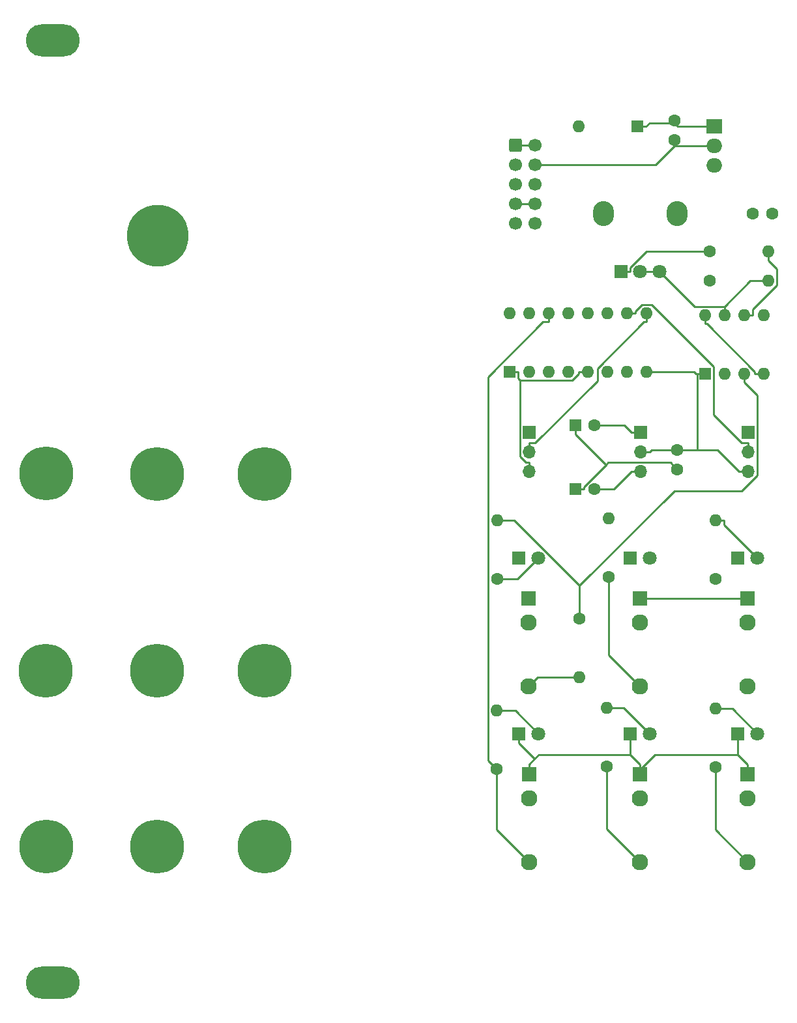
<source format=gbr>
%TF.GenerationSoftware,KiCad,Pcbnew,(6.0.0)*%
%TF.CreationDate,2022-10-15T21:00:10-04:00*%
%TF.ProjectId,bindec,62696e64-6563-42e6-9b69-6361645f7063,rev?*%
%TF.SameCoordinates,Original*%
%TF.FileFunction,Copper,L2,Bot*%
%TF.FilePolarity,Positive*%
%FSLAX46Y46*%
G04 Gerber Fmt 4.6, Leading zero omitted, Abs format (unit mm)*
G04 Created by KiCad (PCBNEW (6.0.0)) date 2022-10-15 21:00:10*
%MOMM*%
%LPD*%
G01*
G04 APERTURE LIST*
G04 Aperture macros list*
%AMRoundRect*
0 Rectangle with rounded corners*
0 $1 Rounding radius*
0 $2 $3 $4 $5 $6 $7 $8 $9 X,Y pos of 4 corners*
0 Add a 4 corners polygon primitive as box body*
4,1,4,$2,$3,$4,$5,$6,$7,$8,$9,$2,$3,0*
0 Add four circle primitives for the rounded corners*
1,1,$1+$1,$2,$3*
1,1,$1+$1,$4,$5*
1,1,$1+$1,$6,$7*
1,1,$1+$1,$8,$9*
0 Add four rect primitives between the rounded corners*
20,1,$1+$1,$2,$3,$4,$5,0*
20,1,$1+$1,$4,$5,$6,$7,0*
20,1,$1+$1,$6,$7,$8,$9,0*
20,1,$1+$1,$8,$9,$2,$3,0*%
G04 Aperture macros list end*
%TA.AperFunction,ComponentPad*%
%ADD10C,7.000000*%
%TD*%
%TA.AperFunction,ComponentPad*%
%ADD11C,1.600000*%
%TD*%
%TA.AperFunction,ComponentPad*%
%ADD12O,1.600000X1.600000*%
%TD*%
%TA.AperFunction,ComponentPad*%
%ADD13R,1.700000X1.700000*%
%TD*%
%TA.AperFunction,ComponentPad*%
%ADD14O,1.700000X1.700000*%
%TD*%
%TA.AperFunction,ComponentPad*%
%ADD15C,8.000000*%
%TD*%
%TA.AperFunction,ComponentPad*%
%ADD16R,1.800000X1.800000*%
%TD*%
%TA.AperFunction,ComponentPad*%
%ADD17C,1.800000*%
%TD*%
%TA.AperFunction,ComponentPad*%
%ADD18R,1.930000X1.830000*%
%TD*%
%TA.AperFunction,ComponentPad*%
%ADD19C,2.130000*%
%TD*%
%TA.AperFunction,ComponentPad*%
%ADD20O,2.720000X3.240000*%
%TD*%
%TA.AperFunction,ComponentPad*%
%ADD21R,1.600000X1.600000*%
%TD*%
%TA.AperFunction,ComponentPad*%
%ADD22R,2.000000X1.905000*%
%TD*%
%TA.AperFunction,ComponentPad*%
%ADD23O,2.000000X1.905000*%
%TD*%
%TA.AperFunction,ComponentPad*%
%ADD24O,7.000000X4.200000*%
%TD*%
%TA.AperFunction,ComponentPad*%
%ADD25RoundRect,0.250000X-0.600000X-0.600000X0.600000X-0.600000X0.600000X0.600000X-0.600000X0.600000X0*%
%TD*%
%TA.AperFunction,ComponentPad*%
%ADD26C,1.700000*%
%TD*%
%TA.AperFunction,Conductor*%
%ADD27C,0.250000*%
%TD*%
G04 APERTURE END LIST*
D10*
%TO.P,REF\u002A\u002A,*%
%TO.N,*%
X89769000Y-77470000D03*
%TD*%
D11*
%TO.P,R2,1*%
%TO.N,Q2*%
X162286000Y-91059000D03*
D12*
%TO.P,R2,2*%
%TO.N,Net-(D3-Pad2)*%
X162286000Y-83439000D03*
%TD*%
D13*
%TO.P,SW3,1,A*%
%TO.N,Net-(C3-Pad2)*%
X152532000Y-72024000D03*
D14*
%TO.P,SW3,2,B*%
%TO.N,GND*%
X152532000Y-74564000D03*
%TO.P,SW3,3,C*%
%TO.N,Net-(C4-Pad2)*%
X152532000Y-77104000D03*
%TD*%
D15*
%TO.P,REF\u002A\u002A,*%
%TO.N,*%
X89789000Y-46482000D03*
%TD*%
D16*
%TO.P,D5,1,K*%
%TO.N,GND*%
X136759000Y-111205000D03*
D17*
%TO.P,D5,2,A*%
%TO.N,Net-(D5-Pad2)*%
X139299000Y-111205000D03*
%TD*%
D11*
%TO.P,C2,1*%
%TO.N,Net-(C2-Pad1)*%
X157333000Y-76815000D03*
%TO.P,C2,2*%
%TO.N,GND*%
X157333000Y-74315000D03*
%TD*%
D16*
%TO.P,D3,1,K*%
%TO.N,GND*%
X165202000Y-88345000D03*
D17*
%TO.P,D3,2,A*%
%TO.N,Net-(D3-Pad2)*%
X167742000Y-88345000D03*
%TD*%
D10*
%TO.P,REF\u002A\u002A,*%
%TO.N,*%
X75291000Y-103020000D03*
%TD*%
D11*
%TO.P,R9,1*%
%TO.N,CARRY*%
X162286000Y-115570000D03*
D12*
%TO.P,R9,2*%
%TO.N,Net-(D7-Pad2)*%
X162286000Y-107950000D03*
%TD*%
D11*
%TO.P,C1,1*%
%TO.N,Net-(C1-Pad1)*%
X156952000Y-31496000D03*
%TO.P,C1,2*%
%TO.N,GND*%
X156952000Y-33996000D03*
%TD*%
D18*
%TO.P,J3,S*%
%TO.N,GND*%
X166477000Y-93599000D03*
D19*
%TO.P,J3,T*%
%TO.N,Q2*%
X166477000Y-104999000D03*
%TO.P,J3,TN*%
%TO.N,N/C*%
X166477000Y-96699000D03*
%TD*%
D13*
%TO.P,SW2,1,A*%
%TO.N,+5V*%
X138054000Y-72024000D03*
D14*
%TO.P,SW2,2,B*%
%TO.N,Net-(SW2-Pad2)*%
X138054000Y-74564000D03*
%TO.P,SW2,3,C*%
%TO.N,GND*%
X138054000Y-77104000D03*
%TD*%
D20*
%TO.P,RV1,*%
%TO.N,*%
X157307000Y-43564000D03*
X147707000Y-43564000D03*
D16*
%TO.P,RV1,1,1*%
%TO.N,Net-(R7-Pad1)*%
X150007000Y-51064000D03*
D17*
%TO.P,RV1,2,2*%
%TO.N,Net-(R6-Pad2)*%
X152507000Y-51064000D03*
%TO.P,RV1,3,3*%
X155007000Y-51064000D03*
%TD*%
D11*
%TO.P,R7,1*%
%TO.N,Net-(R7-Pad1)*%
X161524000Y-48514000D03*
D12*
%TO.P,R7,2*%
%TO.N,Net-(C2-Pad1)*%
X169144000Y-48514000D03*
%TD*%
D11*
%TO.P,R5,1*%
%TO.N,Q3*%
X133838000Y-115824000D03*
D12*
%TO.P,R5,2*%
%TO.N,Net-(D5-Pad2)*%
X133838000Y-108204000D03*
%TD*%
D11*
%TO.P,R6,1*%
%TO.N,+5V*%
X161524000Y-52324000D03*
D12*
%TO.P,R6,2*%
%TO.N,Net-(R6-Pad2)*%
X169144000Y-52324000D03*
%TD*%
D16*
%TO.P,D2,1,K*%
%TO.N,GND*%
X151232000Y-88345000D03*
D17*
%TO.P,D2,2,A*%
%TO.N,Net-(D2-Pad2)*%
X153772000Y-88345000D03*
%TD*%
D18*
%TO.P,J4,S*%
%TO.N,GND*%
X138029000Y-93599000D03*
D19*
%TO.P,J4,T*%
%TO.N,CLOCK_OUT*%
X138029000Y-104999000D03*
%TO.P,J4,TN*%
%TO.N,N/C*%
X138029000Y-96699000D03*
%TD*%
D18*
%TO.P,J7,S*%
%TO.N,GND*%
X166477000Y-116459000D03*
D19*
%TO.P,J7,T*%
%TO.N,CARRY*%
X166477000Y-127859000D03*
%TO.P,J7,TN*%
%TO.N,N/C*%
X166477000Y-119559000D03*
%TD*%
D10*
%TO.P,REF\u002A\u002A,*%
%TO.N,*%
X103739000Y-77455000D03*
%TD*%
D21*
%TO.P,U2,1,PE*%
%TO.N,GND*%
X135504000Y-64125000D03*
D12*
%TO.P,U2,2,Q4*%
%TO.N,Q4*%
X138044000Y-64125000D03*
%TO.P,U2,3,J4*%
%TO.N,unconnected-(U2-Pad3)*%
X140584000Y-64125000D03*
%TO.P,U2,4,J1*%
%TO.N,unconnected-(U2-Pad4)*%
X143124000Y-64125000D03*
%TO.P,U2,5,Cin*%
%TO.N,GND*%
X145664000Y-64125000D03*
%TO.P,U2,6,Q1*%
%TO.N,Q1*%
X148204000Y-64125000D03*
%TO.P,U2,7,Cout*%
%TO.N,CARRY*%
X150744000Y-64125000D03*
%TO.P,U2,8,VSS*%
%TO.N,GND*%
X153284000Y-64125000D03*
%TO.P,U2,9,B/D*%
%TO.N,Net-(SW2-Pad2)*%
X153284000Y-56505000D03*
%TO.P,U2,10,U/D*%
%TO.N,Net-(SW1-Pad2)*%
X150744000Y-56505000D03*
%TO.P,U2,11,Q2*%
%TO.N,Q2*%
X148204000Y-56505000D03*
%TO.P,U2,12,J2*%
%TO.N,unconnected-(U2-Pad12)*%
X145664000Y-56505000D03*
%TO.P,U2,13,J3*%
%TO.N,unconnected-(U2-Pad13)*%
X143124000Y-56505000D03*
%TO.P,U2,14,Q3*%
%TO.N,Q3*%
X140584000Y-56505000D03*
%TO.P,U2,15,CK*%
%TO.N,CLOCK_OUT*%
X138044000Y-56505000D03*
%TO.P,U2,16,VDD*%
%TO.N,+5V*%
X135504000Y-56505000D03*
%TD*%
D21*
%TO.P,U3,1,GND*%
%TO.N,GND*%
X160899000Y-64379000D03*
D12*
%TO.P,U3,2,TR*%
%TO.N,Net-(C2-Pad1)*%
X163439000Y-64379000D03*
%TO.P,U3,3,Q*%
%TO.N,Net-(R3-Pad1)*%
X165979000Y-64379000D03*
%TO.P,U3,4,R*%
%TO.N,+5V*%
X168519000Y-64379000D03*
%TO.P,U3,5,CV*%
%TO.N,Net-(C5-Pad1)*%
X168519000Y-56759000D03*
%TO.P,U3,6,THR*%
%TO.N,Net-(C2-Pad1)*%
X165979000Y-56759000D03*
%TO.P,U3,7,DIS*%
%TO.N,Net-(R6-Pad2)*%
X163439000Y-56759000D03*
%TO.P,U3,8,VCC*%
%TO.N,+5V*%
X160899000Y-56759000D03*
%TD*%
D21*
%TO.P,D1,1,K*%
%TO.N,Net-(C1-Pad1)*%
X152126000Y-32258000D03*
D12*
%TO.P,D1,2,A*%
%TO.N,Net-(D1-Pad2)*%
X144506000Y-32258000D03*
%TD*%
D10*
%TO.P,REF\u002A\u002A,*%
%TO.N,*%
X75311000Y-77343000D03*
%TD*%
%TO.P,REF\u002A\u002A,*%
%TO.N,*%
X103739000Y-125880000D03*
%TD*%
D11*
%TO.P,R8,1*%
%TO.N,Q4*%
X148189000Y-115443000D03*
D12*
%TO.P,R8,2*%
%TO.N,Net-(D6-Pad2)*%
X148189000Y-107823000D03*
%TD*%
D10*
%TO.P,REF\u002A\u002A,*%
%TO.N,*%
X89769000Y-103020000D03*
%TD*%
D18*
%TO.P,J6,S*%
%TO.N,GND*%
X152507000Y-116459000D03*
D19*
%TO.P,J6,T*%
%TO.N,Q4*%
X152507000Y-127859000D03*
%TO.P,J6,TN*%
%TO.N,N/C*%
X152507000Y-119559000D03*
%TD*%
D11*
%TO.P,R3,1*%
%TO.N,Net-(R3-Pad1)*%
X144633000Y-96266000D03*
D12*
%TO.P,R3,2*%
%TO.N,CLOCK_OUT*%
X144633000Y-103886000D03*
%TD*%
D10*
%TO.P,REF\u002A\u002A,*%
%TO.N,*%
X75296000Y-125857000D03*
%TD*%
D22*
%TO.P,U1,1,IN*%
%TO.N,Net-(C1-Pad1)*%
X162103000Y-32258000D03*
D23*
%TO.P,U1,2,GND*%
%TO.N,GND*%
X162103000Y-34798000D03*
%TO.P,U1,3,OUT*%
%TO.N,+5V*%
X162103000Y-37338000D03*
%TD*%
D24*
%TO.P,REF\u002A\u002A,*%
%TO.N,*%
X76207000Y-143534000D03*
X76207000Y-21034000D03*
%TD*%
D21*
%TO.P,C3,1*%
%TO.N,Net-(C2-Pad1)*%
X144062900Y-71120000D03*
D11*
%TO.P,C3,2*%
%TO.N,Net-(C3-Pad2)*%
X146562900Y-71120000D03*
%TD*%
D16*
%TO.P,D4,1,K*%
%TO.N,GND*%
X136754000Y-88345000D03*
D17*
%TO.P,D4,2,A*%
%TO.N,Net-(D4-Pad2)*%
X139294000Y-88345000D03*
%TD*%
D10*
%TO.P,REF\u002A\u002A,*%
%TO.N,*%
X89769000Y-125880000D03*
%TD*%
D18*
%TO.P,J5,S*%
%TO.N,GND*%
X138034000Y-116459000D03*
D19*
%TO.P,J5,T*%
%TO.N,Q3*%
X138034000Y-127859000D03*
%TO.P,J5,TN*%
%TO.N,N/C*%
X138034000Y-119559000D03*
%TD*%
D11*
%TO.P,R4,1*%
%TO.N,Net-(D4-Pad2)*%
X133965000Y-91059000D03*
D12*
%TO.P,R4,2*%
%TO.N,Net-(R3-Pad1)*%
X133965000Y-83439000D03*
%TD*%
D13*
%TO.P,SW1,1,A*%
%TO.N,+5V*%
X166502000Y-72009000D03*
D14*
%TO.P,SW1,2,B*%
%TO.N,Net-(SW1-Pad2)*%
X166502000Y-74549000D03*
%TO.P,SW1,3,C*%
%TO.N,GND*%
X166502000Y-77089000D03*
%TD*%
D10*
%TO.P,REF\u002A\u002A,*%
%TO.N,*%
X103739000Y-103020000D03*
%TD*%
D16*
%TO.P,D6,1,K*%
%TO.N,GND*%
X151232000Y-111205000D03*
D17*
%TO.P,D6,2,A*%
%TO.N,Net-(D6-Pad2)*%
X153772000Y-111205000D03*
%TD*%
D18*
%TO.P,J2,S*%
%TO.N,GND*%
X152507000Y-93599000D03*
D19*
%TO.P,J2,T*%
%TO.N,Q1*%
X152507000Y-104999000D03*
%TO.P,J2,TN*%
%TO.N,N/C*%
X152507000Y-96699000D03*
%TD*%
D11*
%TO.P,C5,1*%
%TO.N,Net-(C5-Pad1)*%
X167132000Y-43561000D03*
%TO.P,C5,2*%
%TO.N,GND*%
X169632000Y-43561000D03*
%TD*%
D21*
%TO.P,C4,1*%
%TO.N,Net-(C2-Pad1)*%
X144062900Y-79375000D03*
D11*
%TO.P,C4,2*%
%TO.N,Net-(C4-Pad2)*%
X146562900Y-79375000D03*
%TD*%
D16*
%TO.P,D7,1,K*%
%TO.N,GND*%
X165202000Y-111205000D03*
D17*
%TO.P,D7,2,A*%
%TO.N,Net-(D7-Pad2)*%
X167742000Y-111205000D03*
%TD*%
D11*
%TO.P,R1,1*%
%TO.N,Q1*%
X148443000Y-90805000D03*
D12*
%TO.P,R1,2*%
%TO.N,Net-(D2-Pad2)*%
X148443000Y-83185000D03*
%TD*%
D25*
%TO.P,J1,1,Pin_1*%
%TO.N,Net-(D1-Pad2)*%
X136260500Y-34671000D03*
D26*
%TO.P,J1,2,Pin_2*%
X138800500Y-34671000D03*
%TO.P,J1,3,Pin_3*%
%TO.N,GND*%
X136260500Y-37211000D03*
%TO.P,J1,4,Pin_4*%
X138800500Y-37211000D03*
%TO.P,J1,5,Pin_5*%
X136260500Y-39751000D03*
%TO.P,J1,6,Pin_6*%
X138800500Y-39751000D03*
%TO.P,J1,7,Pin_7*%
X136260500Y-42291000D03*
%TO.P,J1,8,Pin_8*%
X138800500Y-42291000D03*
%TO.P,J1,9,Pin_9*%
%TO.N,unconnected-(J1-Pad9)*%
X136260500Y-44831000D03*
%TO.P,J1,10,Pin_10*%
%TO.N,unconnected-(J1-Pad10)*%
X138800500Y-44831000D03*
%TD*%
D27*
%TO.N,GND*%
X152532000Y-74564000D02*
X153707300Y-74564000D01*
X157333000Y-74315000D02*
X153956300Y-74315000D01*
X165202000Y-111205000D02*
X165202000Y-113943700D01*
X138034000Y-116459000D02*
X138034000Y-115218700D01*
X138790700Y-114462000D02*
X138034000Y-115218700D01*
X152507000Y-93599000D02*
X166477000Y-93599000D01*
X166502000Y-77089000D02*
X165326700Y-77089000D01*
X162103000Y-34798000D02*
X160777700Y-34798000D01*
X136629300Y-64125000D02*
X136629300Y-65013000D01*
X154539000Y-37211000D02*
X156952000Y-34798000D01*
X137686700Y-75928700D02*
X138054000Y-75928700D01*
X154402100Y-113943700D02*
X165202000Y-113943700D01*
X138054000Y-77104000D02*
X138054000Y-75928700D01*
X151232000Y-113943700D02*
X152507000Y-115218700D01*
X136629300Y-65013000D02*
X136866600Y-65250300D01*
X152507000Y-116459000D02*
X152507000Y-115838800D01*
X136866600Y-65250300D02*
X143694800Y-65250300D01*
X136866600Y-75108600D02*
X137686700Y-75928700D01*
X138800500Y-37211000D02*
X154539000Y-37211000D01*
X151232000Y-113943700D02*
X139309000Y-113943700D01*
X156952000Y-34798000D02*
X160777700Y-34798000D01*
X166477000Y-116459000D02*
X166477000Y-115218700D01*
X139309000Y-113943700D02*
X138790700Y-114462000D01*
X152507000Y-115838800D02*
X154402100Y-113943700D01*
X159942900Y-74315000D02*
X157333000Y-74315000D01*
X136866600Y-65250300D02*
X136866600Y-75108600D01*
X144538700Y-64406400D02*
X144538700Y-64125000D01*
X135504000Y-64125000D02*
X136629300Y-64125000D01*
X159942900Y-74315000D02*
X159942900Y-64379000D01*
X152507000Y-115838800D02*
X152507000Y-115218700D01*
X165202000Y-113943700D02*
X166477000Y-115218700D01*
X143694800Y-65250300D02*
X144538700Y-64406400D01*
X138800500Y-42291000D02*
X136260500Y-42291000D01*
X153956300Y-74315000D02*
X153707300Y-74564000D01*
X145664000Y-64125000D02*
X144538700Y-64125000D01*
X159519700Y-64125000D02*
X159773700Y-64379000D01*
X156952000Y-34798000D02*
X156952000Y-33996000D01*
X151232000Y-111205000D02*
X151232000Y-113943700D01*
X138790700Y-114462000D02*
X136759000Y-112430300D01*
X159942900Y-64379000D02*
X159773700Y-64379000D01*
X136759000Y-111205000D02*
X136759000Y-112430300D01*
X165326700Y-77089000D02*
X162552700Y-74315000D01*
X160899000Y-64379000D02*
X159942900Y-64379000D01*
X153284000Y-64125000D02*
X159519700Y-64125000D01*
X162552700Y-74315000D02*
X159942900Y-74315000D01*
%TO.N,Net-(C1-Pad1)*%
X156952000Y-31802800D02*
X153706500Y-31802800D01*
X156952000Y-31802800D02*
X156952000Y-31496000D01*
X153706500Y-31802800D02*
X153251300Y-32258000D01*
X162103000Y-32258000D02*
X157407200Y-32258000D01*
X157407200Y-32258000D02*
X156952000Y-31802800D01*
X152126000Y-32258000D02*
X153251300Y-32258000D01*
%TO.N,Net-(C2-Pad1)*%
X145188200Y-79093700D02*
X148049800Y-76232100D01*
X148049800Y-76232100D02*
X144062900Y-72245300D01*
X144062900Y-79375000D02*
X145188200Y-79375000D01*
X167104300Y-56759000D02*
X167104300Y-56029600D01*
X148357200Y-75924700D02*
X156442700Y-75924700D01*
X145188200Y-79375000D02*
X145188200Y-79093700D01*
X165979000Y-56759000D02*
X167104300Y-56759000D01*
X170269300Y-52864600D02*
X170269300Y-50764600D01*
X144062900Y-71120000D02*
X144062900Y-72245300D01*
X170269300Y-50764600D02*
X169144000Y-49639300D01*
X148049800Y-76232100D02*
X148357200Y-75924700D01*
X167104300Y-56029600D02*
X170269300Y-52864600D01*
X156442700Y-75924700D02*
X157333000Y-76815000D01*
X169144000Y-48514000D02*
X169144000Y-49639300D01*
%TO.N,Net-(C3-Pad2)*%
X152532000Y-72024000D02*
X151356700Y-72024000D01*
X146562900Y-71120000D02*
X150452700Y-71120000D01*
X150452700Y-71120000D02*
X151356700Y-72024000D01*
%TO.N,Net-(C4-Pad2)*%
X149085700Y-79375000D02*
X151356700Y-77104000D01*
X152532000Y-77104000D02*
X151356700Y-77104000D01*
X146562900Y-79375000D02*
X149085700Y-79375000D01*
%TO.N,Net-(D1-Pad2)*%
X138800500Y-34671000D02*
X136260500Y-34671000D01*
%TO.N,Net-(D3-Pad2)*%
X162286000Y-83439000D02*
X163411300Y-83439000D01*
X167742000Y-88345000D02*
X163411300Y-84014300D01*
X163411300Y-84014300D02*
X163411300Y-83439000D01*
%TO.N,Net-(D4-Pad2)*%
X133965000Y-91059000D02*
X136580000Y-91059000D01*
X136580000Y-91059000D02*
X139294000Y-88345000D01*
%TO.N,Net-(D5-Pad2)*%
X136298000Y-108204000D02*
X139299000Y-111205000D01*
X133838000Y-108204000D02*
X136298000Y-108204000D01*
%TO.N,Net-(D6-Pad2)*%
X153772000Y-111205000D02*
X150390000Y-107823000D01*
X150390000Y-107823000D02*
X148189000Y-107823000D01*
%TO.N,Net-(D7-Pad2)*%
X167742000Y-111205000D02*
X164487000Y-107950000D01*
X164487000Y-107950000D02*
X162286000Y-107950000D01*
%TO.N,Q1*%
X148443000Y-90805000D02*
X148443000Y-100935000D01*
X148443000Y-100935000D02*
X152507000Y-104999000D01*
%TO.N,CLOCK_OUT*%
X144633000Y-103886000D02*
X139142000Y-103886000D01*
X139142000Y-103886000D02*
X138029000Y-104999000D01*
%TO.N,Q3*%
X138034000Y-127859000D02*
X133838000Y-123663000D01*
X133838000Y-115824000D02*
X132709300Y-114695300D01*
X140584000Y-56505000D02*
X140584000Y-57630300D01*
X132709300Y-114695300D02*
X132709300Y-64801700D01*
X139880700Y-57630300D02*
X140584000Y-57630300D01*
X132709300Y-64801700D02*
X139880700Y-57630300D01*
X133838000Y-123663000D02*
X133838000Y-115824000D01*
%TO.N,Q4*%
X148189000Y-123541000D02*
X148189000Y-115443000D01*
X152507000Y-127859000D02*
X148189000Y-123541000D01*
%TO.N,CARRY*%
X166477000Y-127859000D02*
X162286000Y-123668000D01*
X162286000Y-123668000D02*
X162286000Y-115570000D01*
%TO.N,Net-(R3-Pad1)*%
X165979000Y-64379000D02*
X165979000Y-65504300D01*
X144633000Y-91922300D02*
X156965100Y-79590200D01*
X133965000Y-83439000D02*
X136149700Y-83439000D01*
X144633000Y-91922300D02*
X144633000Y-96266000D01*
X136149700Y-83439000D02*
X144633000Y-91922300D01*
X165693500Y-79590200D02*
X167677400Y-77606300D01*
X167677400Y-67202700D02*
X165979000Y-65504300D01*
X156965100Y-79590200D02*
X165693500Y-79590200D01*
X167677400Y-77606300D02*
X167677400Y-67202700D01*
%TO.N,Net-(R6-Pad2)*%
X159576700Y-55633700D02*
X155007000Y-51064000D01*
X166748700Y-52324000D02*
X163439000Y-55633700D01*
X169144000Y-52324000D02*
X166748700Y-52324000D01*
X152507000Y-51064000D02*
X155007000Y-51064000D01*
X163439000Y-56759000D02*
X163439000Y-55633700D01*
X163439000Y-55633700D02*
X159576700Y-55633700D01*
%TO.N,+5V*%
X160899000Y-56759000D02*
X160899000Y-57884300D01*
X160899000Y-57884300D02*
X161180300Y-57884300D01*
X167393700Y-64097700D02*
X167393700Y-64379000D01*
X161180300Y-57884300D02*
X167393700Y-64097700D01*
X168519000Y-64379000D02*
X167393700Y-64379000D01*
%TO.N,Net-(R7-Pad1)*%
X151232300Y-50604500D02*
X151232300Y-51064000D01*
X161524000Y-48514000D02*
X153322800Y-48514000D01*
X153322800Y-48514000D02*
X151232300Y-50604500D01*
X150007000Y-51064000D02*
X151232300Y-51064000D01*
%TO.N,Net-(SW1-Pad2)*%
X166502000Y-73373700D02*
X165694000Y-73373700D01*
X166502000Y-74549000D02*
X166502000Y-73373700D01*
X162024400Y-69704100D02*
X162024400Y-63417000D01*
X150744000Y-56505000D02*
X151869300Y-56505000D01*
X162024400Y-63417000D02*
X153987100Y-55379700D01*
X152713200Y-55379700D02*
X151869300Y-56223600D01*
X151869300Y-56223600D02*
X151869300Y-56505000D01*
X153987100Y-55379700D02*
X152713200Y-55379700D01*
X165694000Y-73373700D02*
X162024400Y-69704100D01*
%TO.N,Net-(SW2-Pad2)*%
X153284000Y-56505000D02*
X153284000Y-57630300D01*
X138054000Y-74564000D02*
X138054000Y-73388700D01*
X153002700Y-57630300D02*
X146934000Y-63699000D01*
X138862000Y-73388700D02*
X138054000Y-73388700D01*
X146934000Y-65316700D02*
X138862000Y-73388700D01*
X153284000Y-57630300D02*
X153002700Y-57630300D01*
X146934000Y-63699000D02*
X146934000Y-65316700D01*
%TD*%
M02*

</source>
